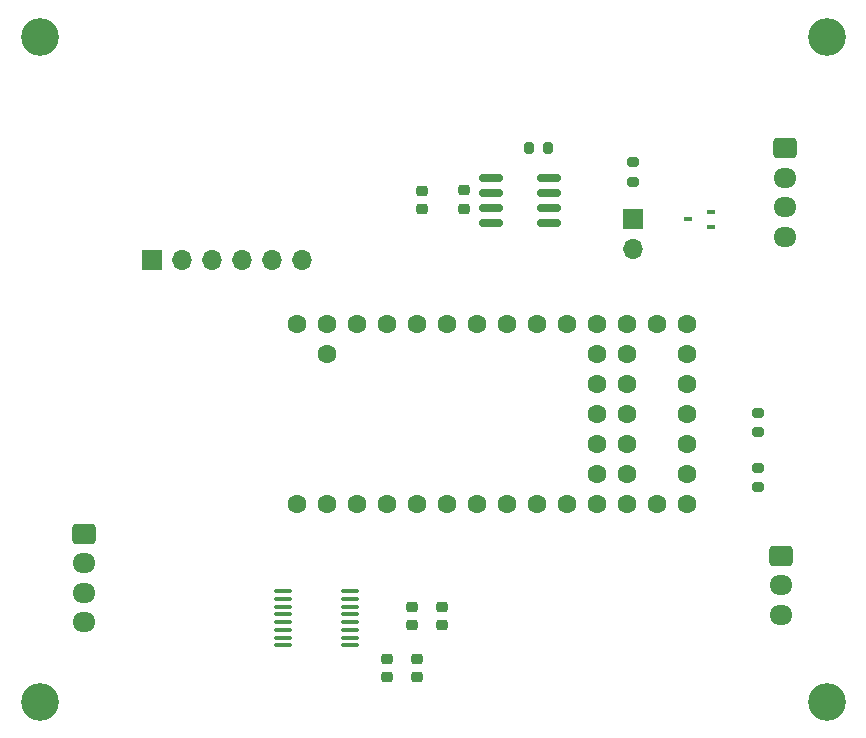
<source format=gbr>
G04 #@! TF.GenerationSoftware,KiCad,Pcbnew,7.0.8*
G04 #@! TF.CreationDate,2024-01-21T01:23:10-07:00*
G04 #@! TF.ProjectId,Pedal Load ,50656461-6c20-44c6-9f61-64202e6b6963,rev?*
G04 #@! TF.SameCoordinates,Original*
G04 #@! TF.FileFunction,Soldermask,Top*
G04 #@! TF.FilePolarity,Negative*
%FSLAX46Y46*%
G04 Gerber Fmt 4.6, Leading zero omitted, Abs format (unit mm)*
G04 Created by KiCad (PCBNEW 7.0.8) date 2024-01-21 01:23:10*
%MOMM*%
%LPD*%
G01*
G04 APERTURE LIST*
G04 Aperture macros list*
%AMRoundRect*
0 Rectangle with rounded corners*
0 $1 Rounding radius*
0 $2 $3 $4 $5 $6 $7 $8 $9 X,Y pos of 4 corners*
0 Add a 4 corners polygon primitive as box body*
4,1,4,$2,$3,$4,$5,$6,$7,$8,$9,$2,$3,0*
0 Add four circle primitives for the rounded corners*
1,1,$1+$1,$2,$3*
1,1,$1+$1,$4,$5*
1,1,$1+$1,$6,$7*
1,1,$1+$1,$8,$9*
0 Add four rect primitives between the rounded corners*
20,1,$1+$1,$2,$3,$4,$5,0*
20,1,$1+$1,$4,$5,$6,$7,0*
20,1,$1+$1,$6,$7,$8,$9,0*
20,1,$1+$1,$8,$9,$2,$3,0*%
G04 Aperture macros list end*
%ADD10RoundRect,0.200000X0.275000X-0.200000X0.275000X0.200000X-0.275000X0.200000X-0.275000X-0.200000X0*%
%ADD11RoundRect,0.225000X0.250000X-0.225000X0.250000X0.225000X-0.250000X0.225000X-0.250000X-0.225000X0*%
%ADD12C,3.200000*%
%ADD13RoundRect,0.225000X-0.250000X0.225000X-0.250000X-0.225000X0.250000X-0.225000X0.250000X0.225000X0*%
%ADD14O,1.950000X1.700000*%
%ADD15RoundRect,0.250000X-0.725000X0.600000X-0.725000X-0.600000X0.725000X-0.600000X0.725000X0.600000X0*%
%ADD16RoundRect,0.100000X-0.637500X-0.100000X0.637500X-0.100000X0.637500X0.100000X-0.637500X0.100000X0*%
%ADD17R,0.700000X0.450000*%
%ADD18RoundRect,0.200000X0.200000X0.275000X-0.200000X0.275000X-0.200000X-0.275000X0.200000X-0.275000X0*%
%ADD19RoundRect,0.150000X-0.825000X-0.150000X0.825000X-0.150000X0.825000X0.150000X-0.825000X0.150000X0*%
%ADD20RoundRect,0.200000X-0.275000X0.200000X-0.275000X-0.200000X0.275000X-0.200000X0.275000X0.200000X0*%
%ADD21O,1.700000X1.700000*%
%ADD22R,1.700000X1.700000*%
%ADD23C,1.600000*%
G04 APERTURE END LIST*
D10*
X168000000Y-80000000D03*
X168000000Y-81650000D03*
D11*
X143080000Y-61170000D03*
X143080000Y-62720000D03*
D12*
X173800000Y-48145584D03*
D13*
X141240000Y-97975000D03*
X141240000Y-96425000D03*
D14*
X169925000Y-97100000D03*
X169925000Y-94600000D03*
D15*
X169925000Y-92100000D03*
D16*
X133462500Y-95125000D03*
X133462500Y-95775000D03*
X133462500Y-96425000D03*
X133462500Y-97075000D03*
X133462500Y-97725000D03*
X133462500Y-98375000D03*
X133462500Y-99025000D03*
X133462500Y-99675000D03*
X127737500Y-99675000D03*
X127737500Y-99025000D03*
X127737500Y-98375000D03*
X127737500Y-97725000D03*
X127737500Y-97075000D03*
X127737500Y-96425000D03*
X127737500Y-95775000D03*
X127737500Y-95125000D03*
D17*
X162020584Y-63619416D03*
X164020584Y-62969416D03*
X164020584Y-64269416D03*
D10*
X168000000Y-84650000D03*
X168000000Y-86300000D03*
D12*
X107154416Y-48145584D03*
D13*
X138700000Y-97975000D03*
X138700000Y-96425000D03*
D12*
X173800000Y-104445584D03*
D14*
X170300000Y-65100000D03*
X170300000Y-62600000D03*
X170300000Y-60100000D03*
D15*
X170300000Y-57600000D03*
D18*
X148575000Y-57600000D03*
X150225000Y-57600000D03*
D19*
X150300000Y-60130000D03*
X150300000Y-61400000D03*
X150300000Y-62670000D03*
X150300000Y-63940000D03*
X145350000Y-63940000D03*
X145350000Y-62670000D03*
X145350000Y-61400000D03*
X145350000Y-60130000D03*
D14*
X110954416Y-97745584D03*
X110954416Y-95245584D03*
X110954416Y-92745584D03*
D15*
X110954416Y-90245584D03*
D20*
X157400000Y-60425000D03*
X157400000Y-58775000D03*
D21*
X129404416Y-67045584D03*
X126864416Y-67045584D03*
X124324416Y-67045584D03*
X121784416Y-67045584D03*
X119244416Y-67045584D03*
D22*
X116704416Y-67045584D03*
D13*
X139140000Y-102375000D03*
X139140000Y-100825000D03*
X136600000Y-102375000D03*
X136600000Y-100825000D03*
D23*
X154394416Y-85165584D03*
X156934416Y-85165584D03*
X154394416Y-82625584D03*
X156934416Y-82625584D03*
X154394416Y-80085584D03*
X156934416Y-80085584D03*
X154394416Y-77545584D03*
X156934416Y-77545584D03*
X154394416Y-75005584D03*
X156934416Y-75005584D03*
X131534416Y-75005584D03*
X128994416Y-72465584D03*
X131534416Y-72465584D03*
X134074416Y-72465584D03*
X136614416Y-72465584D03*
X139154416Y-72465584D03*
X141694416Y-72465584D03*
X144234416Y-72465584D03*
X146774416Y-72465584D03*
X149314416Y-72465584D03*
X151854416Y-72465584D03*
X154394416Y-72465584D03*
X156934416Y-72465584D03*
X159474416Y-72465584D03*
X162014416Y-72465584D03*
X162014416Y-75005584D03*
X162014416Y-77545584D03*
X162014416Y-80085584D03*
X162014416Y-82625584D03*
X162014416Y-85165584D03*
X162014416Y-87705584D03*
X159474416Y-87705584D03*
X156934416Y-87705584D03*
X154394416Y-87705584D03*
X151854416Y-87705584D03*
X149314416Y-87705584D03*
X146774416Y-87705584D03*
X144234416Y-87705584D03*
X141694416Y-87705584D03*
X139154416Y-87705584D03*
X136614416Y-87705584D03*
X134074416Y-87705584D03*
X131534416Y-87705584D03*
X128994416Y-87705584D03*
D11*
X139500000Y-61225000D03*
X139500000Y-62775000D03*
D12*
X107154416Y-104445584D03*
D21*
X157400000Y-66165000D03*
D22*
X157400000Y-63625000D03*
M02*

</source>
